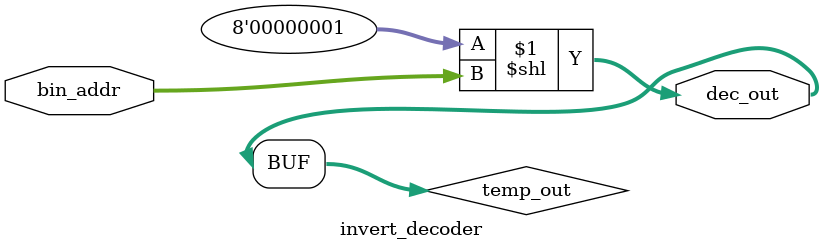
<source format=sv>
module invert_decoder #(
    parameter INVERT_OUTPUT = 0
)(
    input [2:0] bin_addr,
    output [7:0] dec_out
);
    wire [7:0] temp_out;
    assign temp_out = (8'b00000001 << bin_addr);
    assign dec_out = INVERT_OUTPUT ? ~temp_out : temp_out;
endmodule
</source>
